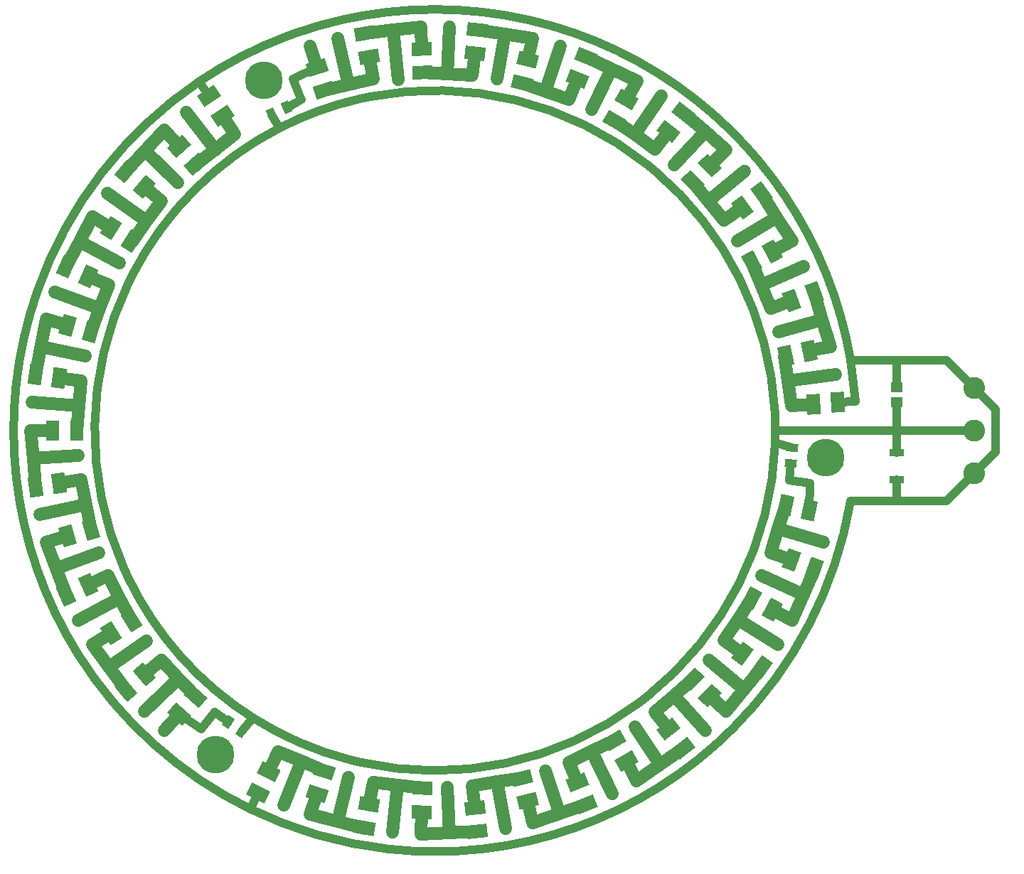
<source format=gtl>
G04 Layer_Physical_Order=1*
G04 Layer_Color=255*
%FSLAX44Y44*%
%MOMM*%
G71*
G01*
G75*
%ADD10C,1.0000*%
G04:AMPARAMS|DCode=11|XSize=0.95mm|YSize=1.4mm|CornerRadius=0mm|HoleSize=0mm|Usage=FLASHONLY|Rotation=206.000|XOffset=0mm|YOffset=0mm|HoleType=Round|Shape=Rectangle|*
%AMROTATEDRECTD11*
4,1,4,0.1201,0.8374,0.7338,-0.4209,-0.1201,-0.8374,-0.7338,0.4209,0.1201,0.8374,0.0*
%
%ADD11ROTATEDRECTD11*%

G04:AMPARAMS|DCode=12|XSize=2.4mm|YSize=1.6mm|CornerRadius=0mm|HoleSize=0mm|Usage=FLASHONLY|Rotation=274.000|XOffset=0mm|YOffset=0mm|HoleType=Round|Shape=Rectangle|*
%AMROTATEDRECTD12*
4,1,4,-0.8818,1.1413,0.7143,1.2529,0.8818,-1.1413,-0.7143,-1.2529,-0.8818,1.1413,0.0*
%
%ADD12ROTATEDRECTD12*%

%ADD13R,1.8000X0.9000*%
%ADD14R,1.4500X1.1500*%
G04:AMPARAMS|DCode=15|XSize=2.4mm|YSize=1.6mm|CornerRadius=0mm|HoleSize=0mm|Usage=FLASHONLY|Rotation=78.000|XOffset=0mm|YOffset=0mm|HoleType=Round|Shape=Rectangle|*
%AMROTATEDRECTD15*
4,1,4,0.5330,-1.3401,-1.0320,-1.0074,-0.5330,1.3401,1.0320,1.0074,0.5330,-1.3401,0.0*
%
%ADD15ROTATEDRECTD15*%

G04:AMPARAMS|DCode=16|XSize=2.4mm|YSize=1.6mm|CornerRadius=0mm|HoleSize=0mm|Usage=FLASHONLY|Rotation=250.000|XOffset=0mm|YOffset=0mm|HoleType=Round|Shape=Rectangle|*
%AMROTATEDRECTD16*
4,1,4,-0.3413,1.4013,1.1622,0.8540,0.3413,-1.4013,-1.1622,-0.8540,-0.3413,1.4013,0.0*
%
%ADD16ROTATEDRECTD16*%

G04:AMPARAMS|DCode=17|XSize=2.4mm|YSize=1.6mm|CornerRadius=0mm|HoleSize=0mm|Usage=FLASHONLY|Rotation=62.000|XOffset=0mm|YOffset=0mm|HoleType=Round|Shape=Rectangle|*
%AMROTATEDRECTD17*
4,1,4,0.1430,-1.4351,-1.2697,-0.6840,-0.1430,1.4351,1.2697,0.6840,0.1430,-1.4351,0.0*
%
%ADD17ROTATEDRECTD17*%

G04:AMPARAMS|DCode=18|XSize=2.4mm|YSize=1.6mm|CornerRadius=0mm|HoleSize=0mm|Usage=FLASHONLY|Rotation=234.000|XOffset=0mm|YOffset=0mm|HoleType=Round|Shape=Rectangle|*
%AMROTATEDRECTD18*
4,1,4,0.0581,1.4410,1.3526,0.5006,-0.0581,-1.4410,-1.3526,-0.5006,0.0581,1.4410,0.0*
%
%ADD18ROTATEDRECTD18*%

G04:AMPARAMS|DCode=19|XSize=2.4mm|YSize=1.6mm|CornerRadius=0mm|HoleSize=0mm|Usage=FLASHONLY|Rotation=46.000|XOffset=0mm|YOffset=0mm|HoleType=Round|Shape=Rectangle|*
%AMROTATEDRECTD19*
4,1,4,-0.2581,-1.4189,-1.4091,-0.3075,0.2581,1.4189,1.4091,0.3075,-0.2581,-1.4189,0.0*
%
%ADD19ROTATEDRECTD19*%

G04:AMPARAMS|DCode=20|XSize=2.4mm|YSize=1.6mm|CornerRadius=0mm|HoleSize=0mm|Usage=FLASHONLY|Rotation=218.000|XOffset=0mm|YOffset=0mm|HoleType=Round|Shape=Rectangle|*
%AMROTATEDRECTD20*
4,1,4,0.4531,1.3692,1.4381,0.1084,-0.4531,-1.3692,-1.4381,-0.1084,0.4531,1.3692,0.0*
%
%ADD20ROTATEDRECTD20*%

G04:AMPARAMS|DCode=21|XSize=2.4mm|YSize=1.6mm|CornerRadius=0mm|HoleSize=0mm|Usage=FLASHONLY|Rotation=30.000|XOffset=0mm|YOffset=0mm|HoleType=Round|Shape=Rectangle|*
%AMROTATEDRECTD21*
4,1,4,-0.6392,-1.2928,-1.4392,0.0928,0.6392,1.2928,1.4392,-0.0928,-0.6392,-1.2928,0.0*
%
%ADD21ROTATEDRECTD21*%

G04:AMPARAMS|DCode=22|XSize=2.4mm|YSize=1.6mm|CornerRadius=0mm|HoleSize=0mm|Usage=FLASHONLY|Rotation=202.000|XOffset=0mm|YOffset=0mm|HoleType=Round|Shape=Rectangle|*
%AMROTATEDRECTD22*
4,1,4,0.8129,1.1913,1.4123,-0.2922,-0.8129,-1.1913,-1.4123,0.2922,0.8129,1.1913,0.0*
%
%ADD22ROTATEDRECTD22*%

G04:AMPARAMS|DCode=23|XSize=2.4mm|YSize=1.6mm|CornerRadius=0mm|HoleSize=0mm|Usage=FLASHONLY|Rotation=14.000|XOffset=0mm|YOffset=0mm|HoleType=Round|Shape=Rectangle|*
%AMROTATEDRECTD23*
4,1,4,-0.9708,-1.0665,-1.3579,0.4859,0.9708,1.0665,1.3579,-0.4859,-0.9708,-1.0665,0.0*
%
%ADD23ROTATEDRECTD23*%

G04:AMPARAMS|DCode=24|XSize=2.4mm|YSize=1.6mm|CornerRadius=0mm|HoleSize=0mm|Usage=FLASHONLY|Rotation=186.000|XOffset=0mm|YOffset=0mm|HoleType=Round|Shape=Rectangle|*
%AMROTATEDRECTD24*
4,1,4,1.1098,0.9211,1.2771,-0.6702,-1.1098,-0.9211,-1.2771,0.6702,1.1098,0.9211,0.0*
%
%ADD24ROTATEDRECTD24*%

G04:AMPARAMS|DCode=25|XSize=2.4mm|YSize=1.6mm|CornerRadius=0mm|HoleSize=0mm|Usage=FLASHONLY|Rotation=358.000|XOffset=0mm|YOffset=0mm|HoleType=Round|Shape=Rectangle|*
%AMROTATEDRECTD25*
4,1,4,-1.2272,-0.7576,-1.1713,0.8414,1.2272,0.7576,1.1713,-0.8414,-1.2272,-0.7576,0.0*
%
%ADD25ROTATEDRECTD25*%

G04:AMPARAMS|DCode=26|XSize=2.4mm|YSize=1.6mm|CornerRadius=0mm|HoleSize=0mm|Usage=FLASHONLY|Rotation=170.000|XOffset=0mm|YOffset=0mm|HoleType=Round|Shape=Rectangle|*
%AMROTATEDRECTD26*
4,1,4,1.3207,0.5795,1.0429,-0.9962,-1.3207,-0.5795,-1.0429,0.9962,1.3207,0.5795,0.0*
%
%ADD26ROTATEDRECTD26*%

G04:AMPARAMS|DCode=27|XSize=2.4mm|YSize=1.6mm|CornerRadius=0mm|HoleSize=0mm|Usage=FLASHONLY|Rotation=342.000|XOffset=0mm|YOffset=0mm|HoleType=Round|Shape=Rectangle|*
%AMROTATEDRECTD27*
4,1,4,-1.3885,-0.3900,-0.8941,1.1317,1.3885,0.3900,0.8941,-1.1317,-1.3885,-0.3900,0.0*
%
%ADD27ROTATEDRECTD27*%

G04:AMPARAMS|DCode=28|XSize=2.4mm|YSize=1.6mm|CornerRadius=0mm|HoleSize=0mm|Usage=FLASHONLY|Rotation=154.000|XOffset=0mm|YOffset=0mm|HoleType=Round|Shape=Rectangle|*
%AMROTATEDRECTD28*
4,1,4,1.4293,0.1930,0.7278,-1.2451,-1.4293,-0.1930,-0.7278,1.2451,1.4293,0.1930,0.0*
%
%ADD28ROTATEDRECTD28*%

G04:AMPARAMS|DCode=29|XSize=2.4mm|YSize=1.6mm|CornerRadius=0mm|HoleSize=0mm|Usage=FLASHONLY|Rotation=318.000|XOffset=0mm|YOffset=0mm|HoleType=Round|Shape=Rectangle|*
%AMROTATEDRECTD29*
4,1,4,-1.4271,0.2084,-0.3565,1.3975,1.4271,-0.2084,0.3565,-1.3975,-1.4271,0.2084,0.0*
%
%ADD29ROTATEDRECTD29*%

G04:AMPARAMS|DCode=30|XSize=2.4mm|YSize=1.6mm|CornerRadius=0mm|HoleSize=0mm|Usage=FLASHONLY|Rotation=130.000|XOffset=0mm|YOffset=0mm|HoleType=Round|Shape=Rectangle|*
%AMROTATEDRECTD30*
4,1,4,1.3842,-0.4050,0.1585,-1.4335,-1.3842,0.4050,-0.1585,1.4335,1.3842,-0.4050,0.0*
%
%ADD30ROTATEDRECTD30*%

G04:AMPARAMS|DCode=31|XSize=2.4mm|YSize=1.6mm|CornerRadius=0mm|HoleSize=0mm|Usage=FLASHONLY|Rotation=302.000|XOffset=0mm|YOffset=0mm|HoleType=Round|Shape=Rectangle|*
%AMROTATEDRECTD31*
4,1,4,-1.3143,0.5937,0.0425,1.4416,1.3143,-0.5937,-0.0425,-1.4416,-1.3143,0.5937,0.0*
%
%ADD31ROTATEDRECTD31*%

G04:AMPARAMS|DCode=32|XSize=2.4mm|YSize=1.6mm|CornerRadius=0mm|HoleSize=0mm|Usage=FLASHONLY|Rotation=114.000|XOffset=0mm|YOffset=0mm|HoleType=Round|Shape=Rectangle|*
%AMROTATEDRECTD32*
4,1,4,1.2189,-0.7709,-0.2427,-1.4217,-1.2189,0.7709,0.2427,1.4217,1.2189,-0.7709,0.0*
%
%ADD32ROTATEDRECTD32*%

G04:AMPARAMS|DCode=33|XSize=2.4mm|YSize=1.6mm|CornerRadius=0mm|HoleSize=0mm|Usage=FLASHONLY|Rotation=286.000|XOffset=0mm|YOffset=0mm|HoleType=Round|Shape=Rectangle|*
%AMROTATEDRECTD33*
4,1,4,-1.0998,0.9330,0.4382,1.3740,1.0998,-0.9330,-0.4382,-1.3740,-1.0998,0.9330,0.0*
%
%ADD33ROTATEDRECTD33*%

G04:AMPARAMS|DCode=34|XSize=2.4mm|YSize=1.6mm|CornerRadius=0mm|HoleSize=0mm|Usage=FLASHONLY|Rotation=98.000|XOffset=0mm|YOffset=0mm|HoleType=Round|Shape=Rectangle|*
%AMROTATEDRECTD34*
4,1,4,0.9592,-1.0770,-0.6252,-1.2997,-0.9592,1.0770,0.6252,1.2997,0.9592,-1.0770,0.0*
%
%ADD34ROTATEDRECTD34*%

%ADD35R,1.6000X2.4000*%
G04:AMPARAMS|DCode=36|XSize=2.4mm|YSize=1.6mm|CornerRadius=0mm|HoleSize=0mm|Usage=FLASHONLY|Rotation=82.000|XOffset=0mm|YOffset=0mm|HoleType=Round|Shape=Rectangle|*
%AMROTATEDRECTD36*
4,1,4,0.6252,-1.2997,-0.9592,-1.0770,-0.6252,1.2997,0.9592,1.0770,0.6252,-1.2997,0.0*
%
%ADD36ROTATEDRECTD36*%

G04:AMPARAMS|DCode=37|XSize=2.4mm|YSize=1.6mm|CornerRadius=0mm|HoleSize=0mm|Usage=FLASHONLY|Rotation=254.000|XOffset=0mm|YOffset=0mm|HoleType=Round|Shape=Rectangle|*
%AMROTATEDRECTD37*
4,1,4,-0.4382,1.3740,1.0998,0.9330,0.4382,-1.3740,-1.0998,-0.9330,-0.4382,1.3740,0.0*
%
%ADD37ROTATEDRECTD37*%

G04:AMPARAMS|DCode=38|XSize=2.4mm|YSize=1.6mm|CornerRadius=0mm|HoleSize=0mm|Usage=FLASHONLY|Rotation=66.000|XOffset=0mm|YOffset=0mm|HoleType=Round|Shape=Rectangle|*
%AMROTATEDRECTD38*
4,1,4,0.2427,-1.4217,-1.2189,-0.7709,-0.2427,1.4217,1.2189,0.7709,0.2427,-1.4217,0.0*
%
%ADD38ROTATEDRECTD38*%

G04:AMPARAMS|DCode=39|XSize=2.4mm|YSize=1.6mm|CornerRadius=0mm|HoleSize=0mm|Usage=FLASHONLY|Rotation=238.000|XOffset=0mm|YOffset=0mm|HoleType=Round|Shape=Rectangle|*
%AMROTATEDRECTD39*
4,1,4,-0.0425,1.4416,1.3143,0.5937,0.0425,-1.4416,-1.3143,-0.5937,-0.0425,1.4416,0.0*
%
%ADD39ROTATEDRECTD39*%

G04:AMPARAMS|DCode=40|XSize=2.4mm|YSize=1.6mm|CornerRadius=0mm|HoleSize=0mm|Usage=FLASHONLY|Rotation=50.000|XOffset=0mm|YOffset=0mm|HoleType=Round|Shape=Rectangle|*
%AMROTATEDRECTD40*
4,1,4,-0.1585,-1.4335,-1.3842,-0.4050,0.1585,1.4335,1.3842,0.4050,-0.1585,-1.4335,0.0*
%
%ADD40ROTATEDRECTD40*%

G04:AMPARAMS|DCode=41|XSize=2.4mm|YSize=1.6mm|CornerRadius=0mm|HoleSize=0mm|Usage=FLASHONLY|Rotation=222.000|XOffset=0mm|YOffset=0mm|HoleType=Round|Shape=Rectangle|*
%AMROTATEDRECTD41*
4,1,4,0.3565,1.3975,1.4271,0.2084,-0.3565,-1.3975,-1.4271,-0.2084,0.3565,1.3975,0.0*
%
%ADD41ROTATEDRECTD41*%

G04:AMPARAMS|DCode=42|XSize=2.4mm|YSize=1.6mm|CornerRadius=0mm|HoleSize=0mm|Usage=FLASHONLY|Rotation=34.000|XOffset=0mm|YOffset=0mm|HoleType=Round|Shape=Rectangle|*
%AMROTATEDRECTD42*
4,1,4,-0.5475,-1.3343,-1.4422,-0.0078,0.5475,1.3343,1.4422,0.0078,-0.5475,-1.3343,0.0*
%
%ADD42ROTATEDRECTD42*%

G04:AMPARAMS|DCode=43|XSize=0.95mm|YSize=1.4mm|CornerRadius=0mm|HoleSize=0mm|Usage=FLASHONLY|Rotation=86.017|XOffset=0mm|YOffset=0mm|HoleType=Round|Shape=Rectangle|*
%AMROTATEDRECTD43*
4,1,4,0.6653,-0.5225,-0.7313,-0.4252,-0.6653,0.5225,0.7313,0.4252,0.6653,-0.5225,0.0*
%
%ADD43ROTATEDRECTD43*%

G04:AMPARAMS|DCode=44|XSize=0.95mm|YSize=1.4mm|CornerRadius=0mm|HoleSize=0mm|Usage=FLASHONLY|Rotation=326.000|XOffset=0mm|YOffset=0mm|HoleType=Round|Shape=Rectangle|*
%AMROTATEDRECTD44*
4,1,4,-0.7852,-0.3147,-0.0024,0.8459,0.7852,0.3147,0.0024,-0.8459,-0.7852,-0.3147,0.0*
%
%ADD44ROTATEDRECTD44*%

G04:AMPARAMS|DCode=45|XSize=2.4mm|YSize=1.6mm|CornerRadius=0mm|HoleSize=0mm|Usage=FLASHONLY|Rotation=198.000|XOffset=0mm|YOffset=0mm|HoleType=Round|Shape=Rectangle|*
%AMROTATEDRECTD45*
4,1,4,0.8941,1.1317,1.3885,-0.3900,-0.8941,-1.1317,-1.3885,0.3900,0.8941,1.1317,0.0*
%
%ADD45ROTATEDRECTD45*%

G04:AMPARAMS|DCode=46|XSize=2.4mm|YSize=1.6mm|CornerRadius=0mm|HoleSize=0mm|Usage=FLASHONLY|Rotation=10.000|XOffset=0mm|YOffset=0mm|HoleType=Round|Shape=Rectangle|*
%AMROTATEDRECTD46*
4,1,4,-1.0429,-0.9962,-1.3207,0.5795,1.0429,0.9962,1.3207,-0.5795,-1.0429,-0.9962,0.0*
%
%ADD46ROTATEDRECTD46*%

G04:AMPARAMS|DCode=47|XSize=2.4mm|YSize=1.6mm|CornerRadius=0mm|HoleSize=0mm|Usage=FLASHONLY|Rotation=182.000|XOffset=0mm|YOffset=0mm|HoleType=Round|Shape=Rectangle|*
%AMROTATEDRECTD47*
4,1,4,1.1713,0.8414,1.2272,-0.7576,-1.1713,-0.8414,-1.2272,0.7576,1.1713,0.8414,0.0*
%
%ADD47ROTATEDRECTD47*%

G04:AMPARAMS|DCode=48|XSize=2.4mm|YSize=1.6mm|CornerRadius=0mm|HoleSize=0mm|Usage=FLASHONLY|Rotation=354.000|XOffset=0mm|YOffset=0mm|HoleType=Round|Shape=Rectangle|*
%AMROTATEDRECTD48*
4,1,4,-1.2771,-0.6702,-1.1098,0.9211,1.2771,0.6702,1.1098,-0.9211,-1.2771,-0.6702,0.0*
%
%ADD48ROTATEDRECTD48*%

G04:AMPARAMS|DCode=49|XSize=2.4mm|YSize=1.6mm|CornerRadius=0mm|HoleSize=0mm|Usage=FLASHONLY|Rotation=166.000|XOffset=0mm|YOffset=0mm|HoleType=Round|Shape=Rectangle|*
%AMROTATEDRECTD49*
4,1,4,1.3579,0.4859,0.9708,-1.0665,-1.3579,-0.4859,-0.9708,1.0665,1.3579,0.4859,0.0*
%
%ADD49ROTATEDRECTD49*%

G04:AMPARAMS|DCode=50|XSize=2.4mm|YSize=1.6mm|CornerRadius=0mm|HoleSize=0mm|Usage=FLASHONLY|Rotation=338.000|XOffset=0mm|YOffset=0mm|HoleType=Round|Shape=Rectangle|*
%AMROTATEDRECTD50*
4,1,4,-1.4123,-0.2922,-0.8129,1.1913,1.4123,0.2922,0.8129,-1.1913,-1.4123,-0.2922,0.0*
%
%ADD50ROTATEDRECTD50*%

G04:AMPARAMS|DCode=51|XSize=2.4mm|YSize=1.6mm|CornerRadius=0mm|HoleSize=0mm|Usage=FLASHONLY|Rotation=150.000|XOffset=0mm|YOffset=0mm|HoleType=Round|Shape=Rectangle|*
%AMROTATEDRECTD51*
4,1,4,1.4392,0.0928,0.6392,-1.2928,-1.4392,-0.0928,-0.6392,1.2928,1.4392,0.0928,0.0*
%
%ADD51ROTATEDRECTD51*%

G04:AMPARAMS|DCode=52|XSize=2.4mm|YSize=1.6mm|CornerRadius=0mm|HoleSize=0mm|Usage=FLASHONLY|Rotation=322.000|XOffset=0mm|YOffset=0mm|HoleType=Round|Shape=Rectangle|*
%AMROTATEDRECTD52*
4,1,4,-1.4381,0.1084,-0.4531,1.3692,1.4381,-0.1084,0.4531,-1.3692,-1.4381,0.1084,0.0*
%
%ADD52ROTATEDRECTD52*%

G04:AMPARAMS|DCode=53|XSize=2.4mm|YSize=1.6mm|CornerRadius=0mm|HoleSize=0mm|Usage=FLASHONLY|Rotation=134.000|XOffset=0mm|YOffset=0mm|HoleType=Round|Shape=Rectangle|*
%AMROTATEDRECTD53*
4,1,4,1.4091,-0.3075,0.2581,-1.4189,-1.4091,0.3075,-0.2581,1.4189,1.4091,-0.3075,0.0*
%
%ADD53ROTATEDRECTD53*%

G04:AMPARAMS|DCode=54|XSize=2.4mm|YSize=1.6mm|CornerRadius=0mm|HoleSize=0mm|Usage=FLASHONLY|Rotation=306.000|XOffset=0mm|YOffset=0mm|HoleType=Round|Shape=Rectangle|*
%AMROTATEDRECTD54*
4,1,4,-1.3526,0.5006,-0.0581,1.4410,1.3526,-0.5006,0.0581,-1.4410,-1.3526,0.5006,0.0*
%
%ADD54ROTATEDRECTD54*%

G04:AMPARAMS|DCode=55|XSize=2.4mm|YSize=1.6mm|CornerRadius=0mm|HoleSize=0mm|Usage=FLASHONLY|Rotation=118.000|XOffset=0mm|YOffset=0mm|HoleType=Round|Shape=Rectangle|*
%AMROTATEDRECTD55*
4,1,4,1.2697,-0.6840,-0.1430,-1.4351,-1.2697,0.6840,0.1430,1.4351,1.2697,-0.6840,0.0*
%
%ADD55ROTATEDRECTD55*%

G04:AMPARAMS|DCode=56|XSize=2.4mm|YSize=1.6mm|CornerRadius=0mm|HoleSize=0mm|Usage=FLASHONLY|Rotation=290.000|XOffset=0mm|YOffset=0mm|HoleType=Round|Shape=Rectangle|*
%AMROTATEDRECTD56*
4,1,4,-1.1622,0.8540,0.3413,1.4013,1.1622,-0.8540,-0.3413,-1.4013,-1.1622,0.8540,0.0*
%
%ADD56ROTATEDRECTD56*%

G04:AMPARAMS|DCode=57|XSize=2.4mm|YSize=1.6mm|CornerRadius=0mm|HoleSize=0mm|Usage=FLASHONLY|Rotation=102.000|XOffset=0mm|YOffset=0mm|HoleType=Round|Shape=Rectangle|*
%AMROTATEDRECTD57*
4,1,4,1.0320,-1.0074,-0.5330,-1.3401,-1.0320,1.0074,0.5330,1.3401,1.0320,-1.0074,0.0*
%
%ADD57ROTATEDRECTD57*%

%ADD58C,1.5000*%
%ADD59C,2.6000*%
%ADD60C,4.5000*%
D10*
X405240Y0D02*
G03*
X404603Y22722I-405240J-0D01*
G01*
X-90222Y395069D02*
G03*
X-185456Y360313I90222J-395069D01*
G01*
D02*
G03*
X-359680Y186681I185456J-360313D01*
G01*
X-216672Y-342451D02*
G03*
X-102013Y-392190I216672J342451D01*
G01*
X-365066Y-175914D02*
G03*
X-216672Y-342451I365066J175914D01*
G01*
X500538Y35001D02*
G03*
X494671Y84048I-500538J-35001D01*
G01*
D02*
G03*
X266924Y424870I-494671J-84048D01*
G01*
X-175401Y470104D02*
G03*
X-280581Y415978I175401J-470104D01*
G01*
D02*
G03*
X-473634Y165632I280581J-415978D01*
G01*
X354928Y-354668D02*
G03*
X494671Y-84048I-354928J354668D01*
G01*
X-219957Y-450979D02*
G03*
X-56026Y-498622I219957J450979D01*
G01*
X-424786Y-267057D02*
G03*
X-219957Y-450979I424786J267057D01*
G01*
X405056Y-12227D02*
G03*
X405240Y0I-405056J12227D01*
G01*
X-102013Y-392190D02*
G03*
X-90056Y-395107I102013J392190D01*
G01*
D02*
G03*
X243006Y-324296I90056J395107D01*
G01*
D02*
G03*
X252777Y-316739I-243006J324296D01*
G01*
D02*
G03*
X404985Y-14376I-252777J316739D01*
G01*
D02*
G03*
X405056Y-12227I-404985J14376D01*
G01*
X-473634Y165632D02*
G03*
X-424786Y-267057I473634J-165632D01*
G01*
X-56026Y-498622D02*
G03*
X354928Y-354668I56026J498622D01*
G01*
X-165781Y473582D02*
G03*
X-175401Y470104I165781J-473582D01*
G01*
X-370222Y-164789D02*
G03*
X-365066Y-175914I370222J164789D01*
G01*
X-365140Y175762D02*
G03*
X-370222Y-164789I365140J-175762D01*
G01*
X-359680Y186681D02*
G03*
X-365140Y175762I359680J-186681D01*
G01*
X-78317Y397600D02*
G03*
X-90222Y395069I78317J-397600D01*
G01*
X252644Y316845D02*
G03*
X-78317Y397600I-252644J-316845D01*
G01*
X261997Y309156D02*
G03*
X252644Y316845I-261997J-309156D01*
G01*
X404603Y22722D02*
G03*
X261997Y309156I-404603J-22722D01*
G01*
X266924Y424870D02*
G03*
X-165781Y473582I-266924J-424870D01*
G01*
X405240Y0D02*
X550000D01*
X424906Y-20022D02*
X425086Y-20074D01*
X405004Y-14309D02*
X424906Y-20022D01*
X-194188Y375986D02*
X-185456Y360313D01*
X-229898Y-358118D02*
X-216672Y-342451D01*
X494671Y84048D02*
X550000D01*
X479280Y33514D02*
X500538Y35001D01*
X494671Y-84048D02*
X608752D01*
X-280581Y415978D02*
X-268664Y398311D01*
X-219957Y-450979D02*
X-210615Y-431826D01*
X550000Y-84048D02*
Y-58750D01*
Y0D02*
X642000D01*
X550000D02*
Y33500D01*
Y-26250D02*
Y0D01*
Y84048D02*
X608752D01*
X550000Y51500D02*
Y84048D01*
X608752Y-84048D02*
X642000Y-50800D01*
X667500Y-25300D02*
Y25300D01*
X642000Y-50800D02*
X667500Y-25300D01*
X642000Y50800D02*
X667500Y25300D01*
X608752Y84048D02*
X642000Y50800D01*
X445113Y-94611D02*
X446552Y-62899D01*
X445106Y-94762D02*
X445113Y-94611D01*
X423765Y-39035D02*
X423768Y-39013D01*
X421418Y-59226D02*
X423765Y-39035D01*
X421418Y-59226D02*
X446552Y-62899D01*
X-262001Y-335346D02*
X-245781Y-347405D01*
X-278117Y-355973D02*
X-262001Y-335346D01*
X-304488Y-338168D02*
X-278117Y-355973D01*
X-169303Y419041D02*
X-159618Y395069D01*
X-169303Y419041D02*
X-140618Y432778D01*
X-175401Y384803D02*
X-159418Y394572D01*
X-140618Y432778D02*
Y432995D01*
D11*
X-177111Y384803D02*
D03*
X-194188Y376474D02*
D03*
D12*
X479280Y33514D02*
D03*
X450849Y31526D02*
D03*
D13*
X550000Y-58750D02*
D03*
X550000Y-26250D02*
D03*
D14*
X550000Y51500D02*
D03*
Y33500D02*
D03*
D15*
X417229Y-88685D02*
D03*
X445106Y-94610D02*
D03*
D16*
X451475Y-164324D02*
D03*
X424694Y-154576D02*
D03*
D17*
X376621Y-200253D02*
D03*
X401785Y-213633D02*
D03*
D18*
X388692Y-282402D02*
D03*
X365635Y-265650D02*
D03*
D19*
X306834Y-296306D02*
D03*
X327336Y-316104D02*
D03*
D20*
X295663Y-378431D02*
D03*
X278117Y-355973D02*
D03*
D21*
X213275Y-369403D02*
D03*
X227525Y-394085D02*
D03*
D22*
X179980Y-445466D02*
D03*
X169303Y-419041D02*
D03*
D23*
X103192Y-413880D02*
D03*
X110087Y-441533D02*
D03*
D24*
X50221Y-477818D02*
D03*
X47242Y-449474D02*
D03*
D25*
X-14886Y-426290D02*
D03*
X-15881Y-454773D02*
D03*
D26*
X-83429Y-473151D02*
D03*
X-78480Y-445084D02*
D03*
D27*
X-131811Y-405673D02*
D03*
X-140618Y-432778D02*
D03*
D28*
X-210615Y-431826D02*
D03*
X-198122Y-406210D02*
D03*
D29*
X-285418Y-316988D02*
D03*
X-304488Y-338168D02*
D03*
D30*
X-368046Y-308827D02*
D03*
X-346214Y-290508D02*
D03*
D31*
X-361735Y-226037D02*
D03*
X-385904Y-241140D02*
D03*
D32*
X-438913Y-195417D02*
D03*
X-412877Y-183825D02*
D03*
D33*
X-410026Y-117573D02*
D03*
X-437422Y-125429D02*
D03*
D34*
X-475774Y-66866D02*
D03*
X-447552Y-62899D02*
D03*
D35*
X-426550Y0D02*
D03*
X-455050D02*
D03*
D36*
X-475774Y66866D02*
D03*
X-447552Y62899D02*
D03*
D37*
X-410026Y117573D02*
D03*
X-437422Y125429D02*
D03*
D38*
X-438913Y195417D02*
D03*
X-412877Y183825D02*
D03*
D39*
X-361735Y226037D02*
D03*
X-385904Y241140D02*
D03*
D40*
X-368046Y308827D02*
D03*
X-346214Y290508D02*
D03*
D41*
X-285418Y316988D02*
D03*
X-304488Y338168D02*
D03*
D42*
X-268664Y398311D02*
D03*
X-252727Y374683D02*
D03*
D43*
X423576Y-39013D02*
D03*
X424895Y-20059D02*
D03*
D44*
X-245846Y-347493D02*
D03*
X-230094Y-358118D02*
D03*
D45*
X-131811Y405673D02*
D03*
X-140618Y432778D02*
D03*
D46*
X-83429Y473151D02*
D03*
X-78480Y445084D02*
D03*
D47*
X-14886Y426290D02*
D03*
X-15881Y454773D02*
D03*
D48*
X50221Y477818D02*
D03*
X47242Y449474D02*
D03*
D49*
X103192Y413880D02*
D03*
X110087Y441533D02*
D03*
D50*
X179980Y445466D02*
D03*
X169303Y419041D02*
D03*
D51*
X213275Y369403D02*
D03*
X227525Y394085D02*
D03*
D52*
X295795Y378600D02*
D03*
X278248Y356142D02*
D03*
D53*
X306834Y296306D02*
D03*
X327336Y316104D02*
D03*
D54*
X388692Y282401D02*
D03*
X365635Y265650D02*
D03*
D55*
X376621Y200253D02*
D03*
X401785Y213633D02*
D03*
D56*
X451475Y164324D02*
D03*
X424694Y154576D02*
D03*
D57*
X417229Y88685D02*
D03*
X445106Y94610D02*
D03*
D58*
X295650Y-378413D02*
X295795Y-378312D01*
X267831Y-397880D02*
X295650Y-378413D01*
X240012Y-417347D02*
X267831Y-397880D01*
X408562Y-117117D02*
X462790Y-132703D01*
X408562Y-117117D02*
X408562Y-117117D01*
X417229Y-88685D01*
X399896Y-145550D02*
X408562Y-117117D01*
X-159166Y-394090D02*
X-131811Y-405673D01*
X-186521Y-382506D02*
X-159166Y-394090D01*
X284418Y-315826D02*
X284418Y-315826D01*
X322146Y-357780D01*
X284418Y-315826D02*
X306834Y-296306D01*
X262001Y-335346D02*
X284418Y-315826D01*
X-44387Y-422665D02*
X-14886Y-426290D01*
X-73888Y-419041D02*
X-44387Y-422665D01*
X388912Y-282582D02*
X389060Y-282402D01*
X346244Y-334514D02*
X388912Y-282582D01*
X360453Y-225196D02*
X408478Y-254814D01*
X360453Y-225196D02*
X360453Y-225196D01*
X376621Y-200253D01*
X344285Y-250138D02*
X360453Y-225196D01*
X-83666Y-474097D02*
X-83429Y-474156D01*
X-116181Y-465978D02*
X-83666Y-474097D01*
X-149247Y-457723D02*
X-116181Y-465978D01*
X425086Y-226022D02*
X452378Y-164725D01*
X73837Y-418554D02*
X103192Y-413880D01*
X44483Y-423229D02*
X73837Y-418554D01*
X186454Y-382255D02*
Y-382255D01*
Y-382255D02*
X211080Y-432778D01*
X186454Y-382255D02*
X213275Y-369403D01*
X159634Y-395107D02*
X186454Y-382255D01*
X-180351Y-446383D02*
X-159166Y-394090D01*
X-116181Y-465978D02*
X-102952Y-412919D01*
X-50324Y-478803D02*
X-44387Y-422665D01*
X14852Y-425301D02*
X16709Y-479482D01*
X73837Y-418554D02*
X83607Y-474156D01*
X131811Y-405673D02*
X148225Y-456302D01*
X325998Y-273545D02*
X367578Y-308548D01*
X389060Y-173221D02*
X438732Y-195374D01*
X237970Y-352805D02*
X267831Y-397880D01*
X452378Y-164725D02*
X452406Y-164662D01*
X-198122Y-406210D02*
X-186521Y-382506D01*
X-149247Y-457723D02*
X-140618Y-432778D01*
X-78480Y-445084D02*
X-73888Y-419041D01*
X-16802Y-481147D02*
X-15881Y-454773D01*
X-16802Y-481147D02*
X50221Y-477818D01*
X44483Y-423229D02*
X47242Y-449474D01*
X116471Y-467139D02*
X179980Y-445466D01*
X110087Y-441533D02*
X116471Y-467139D01*
X159634Y-395107D02*
X169303Y-419041D01*
X227525Y-394085D02*
X240012Y-417347D01*
X262001Y-335346D02*
X278117Y-355973D01*
X327336Y-316104D02*
X346244Y-334514D01*
X344285Y-250138D02*
X365635Y-265650D01*
X401785Y-213633D02*
X425086Y-226022D01*
X399896Y-145550D02*
X424694Y-154576D01*
X-322146Y-357780D02*
X-304488Y-338168D01*
X-325998Y-273545D02*
X-305731Y-295241D01*
X-285418Y-316988D01*
X-346244Y-334514D02*
X-305731Y-295241D01*
X-388122Y-281987D02*
X-343949Y-250600D01*
X-389061Y-173221D02*
X-375409Y-199608D01*
X-361735Y-226037D01*
X-425114D02*
X-375409Y-199608D01*
X-450839Y-164092D02*
X-399896Y-145550D01*
X-462790Y-132703D02*
X-450839Y-164092D01*
X-438913Y-195417D01*
X-421485Y-58750D02*
X-415716Y-88363D01*
X-410026Y-117573D01*
X-470919Y-100097D02*
X-415716Y-88363D01*
X-481440Y0D02*
X-478604Y-33467D01*
X-475774Y-66866D01*
X-478604Y-33467D02*
X-424786Y-29704D01*
X-423981Y29648D02*
X-421418Y59226D01*
X-426550Y-0D02*
X-423981Y29648D01*
X-480273Y33500D02*
X-423981Y29648D01*
X-469289Y99750D02*
X-416260Y88479D01*
X-399385Y145364D02*
X-388768Y173091D01*
X-410026Y117573D02*
X-399385Y145364D01*
X-452406Y164662D02*
X-399385Y145364D01*
X-423536Y225393D02*
X-408284Y255124D01*
X-438913Y195417D02*
X-423536Y225393D01*
X-375986Y199915D01*
X-343402Y249496D02*
X-325998Y273545D01*
X-360845Y225393D02*
X-343402Y249496D01*
X-389915Y282401D02*
X-343402Y249496D01*
X-345120Y333278D02*
X-322146Y357780D01*
X-368046Y308827D02*
X-345120Y333278D01*
X-306333Y295400D01*
X-284990Y316436D02*
X-238340Y352556D01*
X-284990Y316436D02*
X-284990D01*
X-285418Y316104D02*
X-284990Y316436D01*
X-296404Y379380D02*
X-261505Y334711D01*
X-346214Y-290508D02*
X-325998Y-273545D01*
X-408284Y-255124D02*
X-385904Y-241140D01*
X-408284Y-255124D02*
X-368046Y-308827D01*
X-412877Y-183825D02*
X-389061Y-173221D01*
X-462790Y-132703D02*
X-437422Y-125429D01*
X-447552Y-62899D02*
X-421485Y-58750D01*
X-481440Y0D02*
X-455050D01*
X-447552Y62899D02*
X-421418Y59226D01*
X-462790Y132703D02*
X-437422Y125429D01*
X-475774Y66866D02*
X-462790Y132703D01*
X-412877Y183825D02*
X-388768Y173091D01*
X-408284Y255124D02*
X-385904Y241140D01*
X-361735Y224163D02*
X-360845Y225393D01*
X-346214Y290508D02*
X-325998Y273545D01*
X-322146Y357780D02*
X-304488Y338168D01*
X-252727Y374683D02*
X-238340Y352556D01*
X-149247Y457723D02*
X-140618Y432778D01*
X416260Y88479D02*
X420392Y59082D01*
X424523Y29686D01*
X420392Y59082D02*
X476798Y66695D01*
X451475Y164324D02*
X461187Y132243D01*
X470919Y100097D01*
X409075Y117300D02*
X461187Y132243D01*
X388692Y173057D02*
X438913Y195417D01*
X388692Y282401D02*
X406870Y254241D01*
X425086Y226022D01*
X360313Y226037D02*
X406870Y254241D01*
X306888Y296240D02*
X325582Y273195D01*
X344285Y250138D01*
X325582Y273195D02*
X368437Y309156D01*
X321488Y356142D02*
X346319Y334436D01*
X295795Y378600D02*
X321488Y356142D01*
X284755Y316253D02*
X321488Y356142D01*
X237970Y352805D02*
X269002Y398811D01*
X-102814Y412365D02*
X-73888Y419041D01*
X-131811Y405673D02*
X-102814Y412365D01*
X-116231Y467199D02*
X-102814Y412365D01*
X-50150Y477145D02*
X-16802Y481147D01*
X-83429Y473151D02*
X-50150Y477145D01*
X-43952Y418177D01*
X210239Y431054D02*
X240448Y416668D01*
X179980Y445466D02*
X210239Y431054D01*
X186561Y382506D02*
X210239Y431054D01*
X131387Y404367D02*
X148773Y457877D01*
X73888Y419041D02*
X83314Y472494D01*
X14837Y424870D02*
X16802Y481147D01*
X376621Y200253D02*
X399896Y145550D01*
X-78480Y445084D02*
X-73888Y419041D01*
X-16802Y481147D02*
X-15881Y454773D01*
X44587Y423218D02*
X47242Y449474D01*
X-14886Y426289D02*
X44587Y423218D01*
X110087Y441533D02*
X116231Y467199D01*
X50221Y477818D02*
X116231Y467199D01*
X159418Y394572D02*
X169303Y419041D01*
X103192Y413880D02*
X159418Y394572D01*
X227525Y394085D02*
X238180Y412540D01*
X240448Y416668D01*
X262001Y335346D02*
X278248Y356142D01*
X237970Y352805D02*
X262001Y335346D01*
X213275Y369403D02*
X237970Y352805D01*
X327336Y316104D02*
X346319Y334436D01*
X306834Y296306D02*
X306888Y296240D01*
X344285Y250138D02*
X365635Y265650D01*
X401785Y213633D02*
X425086Y226022D01*
X399896Y145550D02*
X424694Y154576D01*
X445106Y94610D02*
X456012Y96928D01*
X470919Y100097D01*
X424523Y29686D02*
X450849Y31526D01*
D59*
X642000Y-50800D02*
D03*
Y50800D02*
D03*
Y0D02*
D03*
D60*
X465064Y-32520D02*
D03*
X-261758Y-385779D02*
D03*
X-203634Y417511D02*
D03*
M02*

</source>
